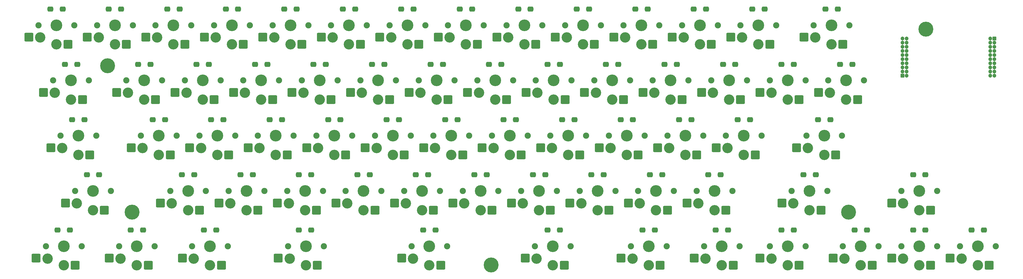
<source format=gbr>
%TF.GenerationSoftware,KiCad,Pcbnew,(7.0.0-0)*%
%TF.CreationDate,2023-02-20T17:32:19-08:00*%
%TF.ProjectId,mt-choc,6d742d63-686f-4632-9e6b-696361645f70,v1.0*%
%TF.SameCoordinates,Original*%
%TF.FileFunction,Soldermask,Bot*%
%TF.FilePolarity,Negative*%
%FSLAX46Y46*%
G04 Gerber Fmt 4.6, Leading zero omitted, Abs format (unit mm)*
G04 Created by KiCad (PCBNEW (7.0.0-0)) date 2023-02-20 17:32:19*
%MOMM*%
%LPD*%
G01*
G04 APERTURE LIST*
G04 Aperture macros list*
%AMRoundRect*
0 Rectangle with rounded corners*
0 $1 Rounding radius*
0 $2 $3 $4 $5 $6 $7 $8 $9 X,Y pos of 4 corners*
0 Add a 4 corners polygon primitive as box body*
4,1,4,$2,$3,$4,$5,$6,$7,$8,$9,$2,$3,0*
0 Add four circle primitives for the rounded corners*
1,1,$1+$1,$2,$3*
1,1,$1+$1,$4,$5*
1,1,$1+$1,$6,$7*
1,1,$1+$1,$8,$9*
0 Add four rect primitives between the rounded corners*
20,1,$1+$1,$2,$3,$4,$5,0*
20,1,$1+$1,$4,$5,$6,$7,0*
20,1,$1+$1,$6,$7,$8,$9,0*
20,1,$1+$1,$8,$9,$2,$3,0*%
G04 Aperture macros list end*
%ADD10RoundRect,0.450000X-0.450000X-0.350000X0.450000X-0.350000X0.450000X0.350000X-0.450000X0.350000X0*%
%ADD11RoundRect,0.450000X0.450000X0.350000X-0.450000X0.350000X-0.450000X-0.350000X0.450000X-0.350000X0*%
%ADD12C,1.900000*%
%ADD13C,3.200000*%
%ADD14C,3.600000*%
%ADD15RoundRect,0.350000X-1.025000X-1.000000X1.025000X-1.000000X1.025000X1.000000X-1.025000X1.000000X0*%
%ADD16C,4.600000*%
%ADD17RoundRect,0.100000X-0.500000X-0.500000X0.500000X-0.500000X0.500000X0.500000X-0.500000X0.500000X0*%
%ADD18C,1.200000*%
%ADD19RoundRect,0.100000X0.500000X0.500000X-0.500000X0.500000X-0.500000X-0.500000X0.500000X-0.500000X0*%
G04 APERTURE END LIST*
D10*
%TO.C,D25*%
X158900000Y-85041665D03*
D11*
X155100000Y-85041665D03*
%TD*%
D10*
%TO.C,D12*%
X113900000Y-102041657D03*
D11*
X110100000Y-102041657D03*
%TD*%
D10*
%TO.C,D38*%
X217400000Y-136041641D03*
D11*
X213600000Y-136041641D03*
%TD*%
D12*
%TO.C,SW10*%
X86250000Y-158000000D03*
D13*
X86750000Y-161800000D03*
D14*
X91750000Y-158000000D03*
D13*
X91750000Y-163900000D03*
D12*
X97250000Y-158000000D03*
D15*
X83250000Y-161700000D03*
X95250000Y-163900000D03*
%TD*%
D10*
%TO.C,D1*%
X68900000Y-85041665D03*
D11*
X65100000Y-85041665D03*
%TD*%
D12*
%TO.C,SW39*%
X219000000Y-124000000D03*
D13*
X219500000Y-127800000D03*
D14*
X224500000Y-124000000D03*
D13*
X224500000Y-129900000D03*
D12*
X230000000Y-124000000D03*
D15*
X216000000Y-127700000D03*
X228000000Y-129900000D03*
%TD*%
D12*
%TO.C,SW33*%
X187500000Y-90000000D03*
D13*
X188000000Y-93800000D03*
D14*
X193000000Y-90000000D03*
D13*
X193000000Y-95900000D03*
D12*
X198500000Y-90000000D03*
D15*
X184500000Y-93700000D03*
X196500000Y-95900000D03*
%TD*%
D12*
%TO.C,SW40*%
X228000000Y-141000000D03*
D13*
X228500000Y-144800000D03*
D14*
X233500000Y-141000000D03*
D13*
X233500000Y-146900000D03*
D12*
X239000000Y-141000000D03*
D15*
X225000000Y-144700000D03*
X237000000Y-146900000D03*
%TD*%
D10*
%TO.C,D50*%
X257900000Y-102041657D03*
D11*
X254100000Y-102041657D03*
%TD*%
D10*
%TO.C,D11*%
X104900000Y-85041665D03*
D11*
X101100000Y-85041665D03*
%TD*%
D12*
%TO.C,SW56*%
X309000000Y-158000000D03*
D13*
X309500000Y-161800000D03*
D14*
X314500000Y-158000000D03*
D13*
X314500000Y-163900000D03*
D12*
X320000000Y-158000000D03*
D15*
X306000000Y-161700000D03*
X318000000Y-163900000D03*
%TD*%
D12*
%TO.C,SW18*%
X129000000Y-124000000D03*
D13*
X129500000Y-127800000D03*
D14*
X134500000Y-124000000D03*
D13*
X134500000Y-129900000D03*
D12*
X140000000Y-124000000D03*
D15*
X126000000Y-127700000D03*
X138000000Y-129900000D03*
%TD*%
D12*
%TO.C,SW44*%
X237000000Y-124000000D03*
D13*
X237500000Y-127800000D03*
D14*
X242500000Y-124000000D03*
D13*
X242500000Y-129900000D03*
D12*
X248000000Y-124000000D03*
D15*
X234000000Y-127700000D03*
X246000000Y-129900000D03*
%TD*%
D10*
%TO.C,D18*%
X136400000Y-119041649D03*
D11*
X132600000Y-119041649D03*
%TD*%
D10*
%TO.C,D9*%
X109400000Y-136041641D03*
D11*
X105600000Y-136041641D03*
%TD*%
D10*
%TO.C,D55*%
X275900000Y-102041657D03*
D11*
X272100000Y-102041657D03*
%TD*%
D16*
%TO.C,H1*%
X82750000Y-102500000D03*
%TD*%
D10*
%TO.C,D61*%
X305150000Y-119041649D03*
D11*
X301350000Y-119041649D03*
%TD*%
D10*
%TO.C,D63*%
X334400000Y-153041633D03*
D11*
X330600000Y-153041633D03*
%TD*%
D12*
%TO.C,SW36*%
X210000000Y-141000000D03*
D13*
X210500000Y-144800000D03*
D14*
X215500000Y-141000000D03*
D13*
X215500000Y-146900000D03*
D12*
X221000000Y-141000000D03*
D15*
X207000000Y-144700000D03*
X219000000Y-146900000D03*
%TD*%
D10*
%TO.C,D40*%
X221900000Y-102041657D03*
D11*
X218100000Y-102041657D03*
%TD*%
D12*
%TO.C,SW63*%
X304500000Y-107000000D03*
D13*
X305000000Y-110800000D03*
D14*
X310000000Y-107000000D03*
D13*
X310000000Y-112900000D03*
D12*
X315500000Y-107000000D03*
D15*
X301500000Y-110700000D03*
X313500000Y-112900000D03*
%TD*%
D12*
%TO.C,SW25*%
X151500000Y-90000000D03*
D13*
X152000000Y-93800000D03*
D14*
X157000000Y-90000000D03*
D13*
X157000000Y-95900000D03*
D12*
X162500000Y-90000000D03*
D15*
X148500000Y-93700000D03*
X160500000Y-95900000D03*
%TD*%
D12*
%TO.C,SW16*%
X115500000Y-90000000D03*
D13*
X116000000Y-93800000D03*
D14*
X121000000Y-90000000D03*
D13*
X121000000Y-95900000D03*
D12*
X126500000Y-90000000D03*
D15*
X112500000Y-93700000D03*
X124500000Y-95900000D03*
%TD*%
D16*
%TO.C,H5*%
X310750000Y-147500000D03*
%TD*%
D10*
%TO.C,D3*%
X75650000Y-119041649D03*
D11*
X71850000Y-119041649D03*
%TD*%
D10*
%TO.C,D14*%
X127400000Y-136041641D03*
D11*
X123600000Y-136041641D03*
%TD*%
D10*
%TO.C,D28*%
X181400000Y-136041641D03*
D11*
X177600000Y-136041641D03*
%TD*%
D10*
%TO.C,D7*%
X95900000Y-102041657D03*
D11*
X92100000Y-102041657D03*
%TD*%
D12*
%TO.C,SW41*%
X243750000Y-158000000D03*
D13*
X244250000Y-161800000D03*
D14*
X249250000Y-158000000D03*
D13*
X249250000Y-163900000D03*
D12*
X254750000Y-158000000D03*
D15*
X240750000Y-161700000D03*
X252750000Y-163900000D03*
%TD*%
D10*
%TO.C,D47*%
X253400000Y-136041641D03*
D11*
X249600000Y-136041641D03*
%TD*%
D10*
%TO.C,D57*%
X300650000Y-136041641D03*
D11*
X296850000Y-136041641D03*
%TD*%
D12*
%TO.C,SW38*%
X214500000Y-107000000D03*
D13*
X215000000Y-110800000D03*
D14*
X220000000Y-107000000D03*
D13*
X220000000Y-112900000D03*
D12*
X225500000Y-107000000D03*
D15*
X211500000Y-110700000D03*
X223500000Y-112900000D03*
%TD*%
D12*
%TO.C,SW62*%
X300000000Y-90000000D03*
D13*
X300500000Y-93800000D03*
D14*
X305500000Y-90000000D03*
D13*
X305500000Y-95900000D03*
D12*
X311000000Y-90000000D03*
D15*
X297000000Y-93700000D03*
X309000000Y-95900000D03*
%TD*%
D12*
%TO.C,SW26*%
X160500000Y-107000000D03*
D13*
X161000000Y-110800000D03*
D14*
X166000000Y-107000000D03*
D13*
X166000000Y-112900000D03*
D12*
X171500000Y-107000000D03*
D15*
X157500000Y-110700000D03*
X169500000Y-112900000D03*
%TD*%
D12*
%TO.C,SW48*%
X250500000Y-107000000D03*
D13*
X251000000Y-110800000D03*
D14*
X256000000Y-107000000D03*
D13*
X256000000Y-112900000D03*
D12*
X261500000Y-107000000D03*
D15*
X247500000Y-110700000D03*
X259500000Y-112900000D03*
%TD*%
D10*
%TO.C,D62*%
X334400000Y-136041641D03*
D11*
X330600000Y-136041641D03*
%TD*%
D10*
%TO.C,D16*%
X122900000Y-85041665D03*
D11*
X119100000Y-85041665D03*
%TD*%
D12*
%TO.C,SW11*%
X97500000Y-90000000D03*
D13*
X98000000Y-93800000D03*
D14*
X103000000Y-90000000D03*
D13*
X103000000Y-95900000D03*
D12*
X108500000Y-90000000D03*
D15*
X94500000Y-93700000D03*
X106500000Y-95900000D03*
%TD*%
D16*
%TO.C,H2*%
X90250000Y-147500000D03*
%TD*%
D10*
%TO.C,D19*%
X145400000Y-136041641D03*
D11*
X141600000Y-136041641D03*
%TD*%
D10*
%TO.C,D42*%
X235400000Y-136041641D03*
D11*
X231600000Y-136041641D03*
%TD*%
D10*
%TO.C,D24*%
X145400000Y-153041633D03*
D11*
X141600000Y-153041633D03*
%TD*%
D10*
%TO.C,D44*%
X230900000Y-85041665D03*
D11*
X227100000Y-85041665D03*
%TD*%
D12*
%TO.C,SW21*%
X142500000Y-107000000D03*
D13*
X143000000Y-110800000D03*
D14*
X148000000Y-107000000D03*
D13*
X148000000Y-112900000D03*
D12*
X153500000Y-107000000D03*
D15*
X139500000Y-110700000D03*
X151500000Y-112900000D03*
%TD*%
D12*
%TO.C,SW54*%
X273000000Y-124000000D03*
D13*
X273500000Y-127800000D03*
D14*
X278500000Y-124000000D03*
D13*
X278500000Y-129900000D03*
D12*
X284000000Y-124000000D03*
D15*
X270000000Y-127700000D03*
X282000000Y-129900000D03*
%TD*%
D10*
%TO.C,D45*%
X239900000Y-102041657D03*
D11*
X236100000Y-102041657D03*
%TD*%
D12*
%TO.C,SW57*%
X277500000Y-90000000D03*
D13*
X278000000Y-93800000D03*
D14*
X283000000Y-90000000D03*
D13*
X283000000Y-95900000D03*
D12*
X288500000Y-90000000D03*
D15*
X274500000Y-93700000D03*
X286500000Y-95900000D03*
%TD*%
D10*
%TO.C,D29*%
X183650000Y-153041633D03*
D11*
X179850000Y-153041633D03*
%TD*%
D10*
%TO.C,D51*%
X262400000Y-119041649D03*
D11*
X258600000Y-119041649D03*
%TD*%
D12*
%TO.C,SW24*%
X138250000Y-158000000D03*
D13*
X138750000Y-161800000D03*
D14*
X143750000Y-158000000D03*
D13*
X143750000Y-163900000D03*
D12*
X149250000Y-158000000D03*
X176250000Y-158000000D03*
D13*
X176750000Y-161800000D03*
D14*
X181750000Y-158000000D03*
D13*
X181750000Y-163900000D03*
D12*
X187250000Y-158000000D03*
X214250000Y-158000000D03*
D13*
X214750000Y-161800000D03*
D14*
X219750000Y-158000000D03*
D13*
X219750000Y-163900000D03*
D12*
X225250000Y-158000000D03*
D15*
X135250000Y-161700000D03*
X147250000Y-163900000D03*
X173250000Y-161700000D03*
X185250000Y-163900000D03*
X211250000Y-161700000D03*
X223250000Y-163900000D03*
%TD*%
D10*
%TO.C,D21*%
X149900000Y-102041657D03*
D11*
X146100000Y-102041657D03*
%TD*%
D10*
%TO.C,D58*%
X316400000Y-153041633D03*
D11*
X312600000Y-153041633D03*
%TD*%
D10*
%TO.C,D60*%
X293900000Y-102041657D03*
D11*
X290100000Y-102041657D03*
%TD*%
D12*
%TO.C,SW8*%
X93000000Y-124000000D03*
D13*
X93500000Y-127800000D03*
D14*
X98500000Y-124000000D03*
D13*
X98500000Y-129900000D03*
D12*
X104000000Y-124000000D03*
D15*
X90000000Y-127700000D03*
X102000000Y-129900000D03*
%TD*%
D12*
%TO.C,SW3*%
X68250000Y-124000000D03*
D13*
X68750000Y-127800000D03*
D14*
X73750000Y-124000000D03*
D13*
X73750000Y-129900000D03*
D12*
X79250000Y-124000000D03*
D15*
X65250000Y-127700000D03*
X77250000Y-129900000D03*
%TD*%
D10*
%TO.C,D41*%
X226400000Y-119041649D03*
D11*
X222600000Y-119041649D03*
%TD*%
D10*
%TO.C,D31*%
X176900000Y-85041665D03*
D11*
X173100000Y-85041665D03*
%TD*%
D12*
%TO.C,SW35*%
X201000000Y-124000000D03*
D13*
X201500000Y-127800000D03*
D14*
X206500000Y-124000000D03*
D13*
X206500000Y-129900000D03*
D12*
X212000000Y-124000000D03*
D15*
X198000000Y-127700000D03*
X210000000Y-129900000D03*
%TD*%
D16*
%TO.C,H4*%
X334500000Y-91250000D03*
%TD*%
D10*
%TO.C,D39*%
X212900000Y-85041665D03*
D11*
X209100000Y-85041665D03*
%TD*%
D12*
%TO.C,SW9*%
X102000000Y-141000000D03*
D13*
X102500000Y-144800000D03*
D14*
X107500000Y-141000000D03*
D13*
X107500000Y-146900000D03*
D12*
X113000000Y-141000000D03*
D15*
X99000000Y-144700000D03*
X111000000Y-146900000D03*
%TD*%
D10*
%TO.C,D52*%
X271400000Y-136041641D03*
D11*
X267600000Y-136041641D03*
%TD*%
D12*
%TO.C,SW15*%
X108750000Y-158000000D03*
D13*
X109250000Y-161800000D03*
D14*
X114250000Y-158000000D03*
D13*
X114250000Y-163900000D03*
D12*
X119750000Y-158000000D03*
D15*
X105750000Y-161700000D03*
X117750000Y-163900000D03*
%TD*%
D12*
%TO.C,SW4*%
X72750000Y-141000000D03*
D13*
X73250000Y-144800000D03*
D14*
X78250000Y-141000000D03*
D13*
X78250000Y-146900000D03*
D12*
X83750000Y-141000000D03*
D15*
X69750000Y-144700000D03*
X81750000Y-146900000D03*
%TD*%
D10*
%TO.C,D26*%
X167900000Y-102041657D03*
D11*
X164100000Y-102041657D03*
%TD*%
D10*
%TO.C,D10*%
X93650000Y-153041633D03*
D11*
X89850000Y-153041633D03*
%TD*%
D12*
%TO.C,SW49*%
X255000000Y-124000000D03*
D13*
X255500000Y-127800000D03*
D14*
X260500000Y-124000000D03*
D13*
X260500000Y-129900000D03*
D12*
X266000000Y-124000000D03*
D15*
X252000000Y-127700000D03*
X264000000Y-129900000D03*
%TD*%
D10*
%TO.C,D49*%
X248900000Y-85041665D03*
D11*
X245100000Y-85041665D03*
%TD*%
D12*
%TO.C,SW42*%
X223500000Y-90000000D03*
D13*
X224000000Y-93800000D03*
D14*
X229000000Y-90000000D03*
D13*
X229000000Y-95900000D03*
D12*
X234500000Y-90000000D03*
D15*
X220500000Y-93700000D03*
X232500000Y-95900000D03*
%TD*%
D10*
%TO.C,D33*%
X190400000Y-119041649D03*
D11*
X186600000Y-119041649D03*
%TD*%
D12*
%TO.C,SW53*%
X268500000Y-107000000D03*
D13*
X269000000Y-110800000D03*
D14*
X274000000Y-107000000D03*
D13*
X274000000Y-112900000D03*
D12*
X279500000Y-107000000D03*
D15*
X265500000Y-110700000D03*
X277500000Y-112900000D03*
%TD*%
D10*
%TO.C,D30*%
X221900000Y-153041633D03*
D11*
X218100000Y-153041633D03*
%TD*%
D10*
%TO.C,D37*%
X208400000Y-119041649D03*
D11*
X204600000Y-119041649D03*
%TD*%
D12*
%TO.C,SW1*%
X61500000Y-90000000D03*
D13*
X62000000Y-93800000D03*
D14*
X67000000Y-90000000D03*
D13*
X67000000Y-95900000D03*
D12*
X72500000Y-90000000D03*
D15*
X58500000Y-93700000D03*
X70500000Y-95900000D03*
%TD*%
D12*
%TO.C,SW43*%
X232500000Y-107000000D03*
D13*
X233000000Y-110800000D03*
D14*
X238000000Y-107000000D03*
D13*
X238000000Y-112900000D03*
D12*
X243500000Y-107000000D03*
D15*
X229500000Y-110700000D03*
X241500000Y-112900000D03*
%TD*%
D10*
%TO.C,D20*%
X140900000Y-85041665D03*
D11*
X137100000Y-85041665D03*
%TD*%
D12*
%TO.C,SW58*%
X286500000Y-107000000D03*
D13*
X287000000Y-110800000D03*
D14*
X292000000Y-107000000D03*
D13*
X292000000Y-112900000D03*
D12*
X297500000Y-107000000D03*
D15*
X283500000Y-110700000D03*
X295500000Y-112900000D03*
%TD*%
D10*
%TO.C,D48*%
X273650000Y-153041633D03*
D11*
X269850000Y-153041633D03*
%TD*%
D10*
%TO.C,D36*%
X203900000Y-102041657D03*
D11*
X200100000Y-102041657D03*
%TD*%
D12*
%TO.C,SW59*%
X297750000Y-124000000D03*
D13*
X298250000Y-127800000D03*
D14*
X303250000Y-124000000D03*
D13*
X303250000Y-129900000D03*
D12*
X308750000Y-124000000D03*
D15*
X294750000Y-127700000D03*
X306750000Y-129900000D03*
%TD*%
D12*
%TO.C,SW29*%
X169500000Y-90000000D03*
D13*
X170000000Y-93800000D03*
D14*
X175000000Y-90000000D03*
D13*
X175000000Y-95900000D03*
D12*
X180500000Y-90000000D03*
D15*
X166500000Y-93700000D03*
X178500000Y-95900000D03*
%TD*%
D10*
%TO.C,D6*%
X86900000Y-85041665D03*
D11*
X83100000Y-85041665D03*
%TD*%
D12*
%TO.C,SW7*%
X88500000Y-107000000D03*
D13*
X89000000Y-110800000D03*
D14*
X94000000Y-107000000D03*
D13*
X94000000Y-112900000D03*
D12*
X99500000Y-107000000D03*
D15*
X85500000Y-110700000D03*
X97500000Y-112900000D03*
%TD*%
D12*
%TO.C,SW34*%
X196500000Y-107000000D03*
D13*
X197000000Y-110800000D03*
D14*
X202000000Y-107000000D03*
D13*
X202000000Y-112900000D03*
D12*
X207500000Y-107000000D03*
D15*
X193500000Y-110700000D03*
X205500000Y-112900000D03*
%TD*%
D12*
%TO.C,SW22*%
X147000000Y-124000000D03*
D13*
X147500000Y-127800000D03*
D14*
X152500000Y-124000000D03*
D13*
X152500000Y-129900000D03*
D12*
X158000000Y-124000000D03*
D15*
X144000000Y-127700000D03*
X156000000Y-129900000D03*
%TD*%
D10*
%TO.C,D43*%
X251150000Y-153041633D03*
D11*
X247350000Y-153041633D03*
%TD*%
D12*
%TO.C,SW6*%
X79500000Y-90000000D03*
D13*
X80000000Y-93800000D03*
D14*
X85000000Y-90000000D03*
D13*
X85000000Y-95900000D03*
D12*
X90500000Y-90000000D03*
D15*
X76500000Y-93700000D03*
X88500000Y-95900000D03*
%TD*%
D12*
%TO.C,SW30*%
X178500000Y-107000000D03*
D13*
X179000000Y-110800000D03*
D14*
X184000000Y-107000000D03*
D13*
X184000000Y-112900000D03*
D12*
X189500000Y-107000000D03*
D15*
X175500000Y-110700000D03*
X187500000Y-112900000D03*
%TD*%
D12*
%TO.C,SW37*%
X205500000Y-90000000D03*
D13*
X206000000Y-93800000D03*
D14*
X211000000Y-90000000D03*
D13*
X211000000Y-95900000D03*
D12*
X216500000Y-90000000D03*
D15*
X202500000Y-93700000D03*
X214500000Y-95900000D03*
%TD*%
D12*
%TO.C,SW61*%
X327000000Y-158000000D03*
D13*
X327500000Y-161800000D03*
D14*
X332500000Y-158000000D03*
D13*
X332500000Y-163900000D03*
D12*
X338000000Y-158000000D03*
D15*
X324000000Y-161700000D03*
X336000000Y-163900000D03*
%TD*%
D12*
%TO.C,SW23*%
X156000000Y-141000000D03*
D13*
X156500000Y-144800000D03*
D14*
X161500000Y-141000000D03*
D13*
X161500000Y-146900000D03*
D12*
X167000000Y-141000000D03*
D15*
X153000000Y-144700000D03*
X165000000Y-146900000D03*
%TD*%
D16*
%TO.C,H3*%
X200750000Y-163750000D03*
%TD*%
D12*
%TO.C,SW31*%
X183000000Y-124000000D03*
D13*
X183500000Y-127800000D03*
D14*
X188500000Y-124000000D03*
D13*
X188500000Y-129900000D03*
D12*
X194000000Y-124000000D03*
D15*
X180000000Y-127700000D03*
X192000000Y-129900000D03*
%TD*%
D12*
%TO.C,SW46*%
X266250000Y-158000000D03*
D13*
X266750000Y-161800000D03*
D14*
X271750000Y-158000000D03*
D13*
X271750000Y-163900000D03*
D12*
X277250000Y-158000000D03*
D15*
X263250000Y-161700000D03*
X275250000Y-163900000D03*
%TD*%
D10*
%TO.C,D64*%
X307400000Y-85041665D03*
D11*
X303600000Y-85041665D03*
%TD*%
D10*
%TO.C,D66*%
X352400000Y-153041633D03*
D11*
X348600000Y-153041633D03*
%TD*%
D12*
%TO.C,SW14*%
X120000000Y-141000000D03*
D13*
X120500000Y-144800000D03*
D14*
X125500000Y-141000000D03*
D13*
X125500000Y-146900000D03*
D12*
X131000000Y-141000000D03*
D15*
X117000000Y-144700000D03*
X129000000Y-146900000D03*
%TD*%
D10*
%TO.C,D54*%
X266900000Y-85041665D03*
D11*
X263100000Y-85041665D03*
%TD*%
D10*
%TO.C,D46*%
X244400000Y-119041649D03*
D11*
X240600000Y-119041649D03*
%TD*%
D17*
%TO.C,U1*%
X355636116Y-94083038D03*
D18*
X354366116Y-94083038D03*
X355636116Y-95353038D03*
X354366116Y-95353038D03*
X355636116Y-96623038D03*
X354366116Y-96623038D03*
X355636116Y-97893038D03*
X354366116Y-97893038D03*
X355636116Y-99163038D03*
X354366116Y-99163038D03*
X355636116Y-100433038D03*
X354366116Y-100433038D03*
X355636116Y-101703038D03*
X354366116Y-101703038D03*
X355636116Y-102973038D03*
X354366116Y-102973038D03*
X355636116Y-104243038D03*
X354366116Y-104243038D03*
X355636116Y-105513038D03*
X354366116Y-105513038D03*
D19*
X327366116Y-105513038D03*
D18*
X328636116Y-105513038D03*
X327366116Y-104243038D03*
X328636116Y-104243038D03*
X327366116Y-102973038D03*
X328636116Y-102973038D03*
X327366116Y-101703038D03*
X328636116Y-101703038D03*
X327366116Y-100433038D03*
X328636116Y-100433038D03*
X327366116Y-99163038D03*
X328636116Y-99163038D03*
X327366116Y-97893038D03*
X328636116Y-97893038D03*
X327366116Y-96623038D03*
X328636116Y-96623038D03*
X327366116Y-95353038D03*
X328636116Y-95353038D03*
X327366116Y-94083038D03*
X328636116Y-94083038D03*
%TD*%
D12*
%TO.C,SW50*%
X264000000Y-141000000D03*
D13*
X264500000Y-144800000D03*
D14*
X269500000Y-141000000D03*
D13*
X269500000Y-146900000D03*
D12*
X275000000Y-141000000D03*
D15*
X261000000Y-144700000D03*
X273000000Y-146900000D03*
%TD*%
D10*
%TO.C,D5*%
X71150000Y-153041633D03*
D11*
X67350000Y-153041633D03*
%TD*%
D12*
%TO.C,SW27*%
X165000000Y-124000000D03*
D13*
X165500000Y-127800000D03*
D14*
X170500000Y-124000000D03*
D13*
X170500000Y-129900000D03*
D12*
X176000000Y-124000000D03*
D15*
X162000000Y-127700000D03*
X174000000Y-129900000D03*
%TD*%
D12*
%TO.C,SW13*%
X111000000Y-124000000D03*
D13*
X111500000Y-127800000D03*
D14*
X116500000Y-124000000D03*
D13*
X116500000Y-129900000D03*
D12*
X122000000Y-124000000D03*
D15*
X108000000Y-127700000D03*
X120000000Y-129900000D03*
%TD*%
D12*
%TO.C,SW17*%
X124500000Y-107000000D03*
D13*
X125000000Y-110800000D03*
D14*
X130000000Y-107000000D03*
D13*
X130000000Y-112900000D03*
D12*
X135500000Y-107000000D03*
D15*
X121500000Y-110700000D03*
X133500000Y-112900000D03*
%TD*%
D12*
%TO.C,SW45*%
X246000000Y-141000000D03*
D13*
X246500000Y-144800000D03*
D14*
X251500000Y-141000000D03*
D13*
X251500000Y-146900000D03*
D12*
X257000000Y-141000000D03*
D15*
X243000000Y-144700000D03*
X255000000Y-146900000D03*
%TD*%
D10*
%TO.C,D22*%
X154400000Y-119041649D03*
D11*
X150600000Y-119041649D03*
%TD*%
D10*
%TO.C,D65*%
X311900000Y-102041657D03*
D11*
X308100000Y-102041657D03*
%TD*%
D10*
%TO.C,D4*%
X80150000Y-136041641D03*
D11*
X76350000Y-136041641D03*
%TD*%
D10*
%TO.C,D15*%
X116150000Y-153041633D03*
D11*
X112350000Y-153041633D03*
%TD*%
D12*
%TO.C,SW2*%
X66000000Y-107000000D03*
D13*
X66500000Y-110800000D03*
D14*
X71500000Y-107000000D03*
D13*
X71500000Y-112900000D03*
D12*
X77000000Y-107000000D03*
D15*
X63000000Y-110700000D03*
X75000000Y-112900000D03*
%TD*%
D10*
%TO.C,D2*%
X73400000Y-102041657D03*
D11*
X69600000Y-102041657D03*
%TD*%
D10*
%TO.C,D17*%
X131900000Y-102041657D03*
D11*
X128100000Y-102041657D03*
%TD*%
D12*
%TO.C,SW5*%
X63750000Y-158000000D03*
D13*
X64250000Y-161800000D03*
D14*
X69250000Y-158000000D03*
D13*
X69250000Y-163900000D03*
D12*
X74750000Y-158000000D03*
D15*
X60750000Y-161700000D03*
X72750000Y-163900000D03*
%TD*%
D12*
%TO.C,SW64*%
X345000000Y-158000000D03*
D13*
X345500000Y-161800000D03*
D14*
X350500000Y-158000000D03*
D13*
X350500000Y-163900000D03*
D12*
X356000000Y-158000000D03*
D15*
X342000000Y-161700000D03*
X354000000Y-163900000D03*
%TD*%
D10*
%TO.C,D32*%
X185900000Y-102041657D03*
D11*
X182100000Y-102041657D03*
%TD*%
D10*
%TO.C,D53*%
X293900000Y-153041633D03*
D11*
X290100000Y-153041633D03*
%TD*%
D12*
%TO.C,SW12*%
X106500000Y-107000000D03*
D13*
X107000000Y-110800000D03*
D14*
X112000000Y-107000000D03*
D13*
X112000000Y-112900000D03*
D12*
X117500000Y-107000000D03*
D15*
X103500000Y-110700000D03*
X115500000Y-112900000D03*
%TD*%
D10*
%TO.C,D8*%
X100400000Y-119041649D03*
D11*
X96600000Y-119041649D03*
%TD*%
D10*
%TO.C,D35*%
X194900000Y-85041665D03*
D11*
X191100000Y-85041665D03*
%TD*%
D10*
%TO.C,D13*%
X118400000Y-119041649D03*
D11*
X114600000Y-119041649D03*
%TD*%
D12*
%TO.C,SW60*%
X327000000Y-141000000D03*
D13*
X327500000Y-144800000D03*
D14*
X332500000Y-141000000D03*
D13*
X332500000Y-146900000D03*
D12*
X338000000Y-141000000D03*
D15*
X324000000Y-144700000D03*
X336000000Y-146900000D03*
%TD*%
D12*
%TO.C,SW32*%
X192000000Y-141000000D03*
D13*
X192500000Y-144800000D03*
D14*
X197500000Y-141000000D03*
D13*
X197500000Y-146900000D03*
D12*
X203000000Y-141000000D03*
D15*
X189000000Y-144700000D03*
X201000000Y-146900000D03*
%TD*%
D10*
%TO.C,D56*%
X280400000Y-119041649D03*
D11*
X276600000Y-119041649D03*
%TD*%
D10*
%TO.C,D23*%
X163400000Y-136041641D03*
D11*
X159600000Y-136041641D03*
%TD*%
D12*
%TO.C,SW55*%
X293250000Y-141000000D03*
D13*
X293750000Y-144800000D03*
D14*
X298750000Y-141000000D03*
D13*
X298750000Y-146900000D03*
D12*
X304250000Y-141000000D03*
D15*
X290250000Y-144700000D03*
X302250000Y-146900000D03*
%TD*%
D12*
%TO.C,SW47*%
X241500000Y-90000000D03*
D13*
X242000000Y-93800000D03*
D14*
X247000000Y-90000000D03*
D13*
X247000000Y-95900000D03*
D12*
X252500000Y-90000000D03*
D15*
X238500000Y-93700000D03*
X250500000Y-95900000D03*
%TD*%
D10*
%TO.C,D27*%
X172400000Y-119041649D03*
D11*
X168600000Y-119041649D03*
%TD*%
D12*
%TO.C,SW28*%
X174000000Y-141000000D03*
D13*
X174500000Y-144800000D03*
D14*
X179500000Y-141000000D03*
D13*
X179500000Y-146900000D03*
D12*
X185000000Y-141000000D03*
D15*
X171000000Y-144700000D03*
X183000000Y-146900000D03*
%TD*%
D12*
%TO.C,SW20*%
X133500000Y-90000000D03*
D13*
X134000000Y-93800000D03*
D14*
X139000000Y-90000000D03*
D13*
X139000000Y-95900000D03*
D12*
X144500000Y-90000000D03*
D15*
X130500000Y-93700000D03*
X142500000Y-95900000D03*
%TD*%
D12*
%TO.C,SW52*%
X259500000Y-90000000D03*
D13*
X260000000Y-93800000D03*
D14*
X265000000Y-90000000D03*
D13*
X265000000Y-95900000D03*
D12*
X270500000Y-90000000D03*
D15*
X256500000Y-93700000D03*
X268500000Y-95900000D03*
%TD*%
D10*
%TO.C,D59*%
X284900000Y-85041665D03*
D11*
X281100000Y-85041665D03*
%TD*%
D12*
%TO.C,SW51*%
X286500000Y-158000000D03*
D13*
X287000000Y-161800000D03*
D14*
X292000000Y-158000000D03*
D13*
X292000000Y-163900000D03*
D12*
X297500000Y-158000000D03*
D15*
X283500000Y-161700000D03*
X295500000Y-163900000D03*
%TD*%
D12*
%TO.C,SW19*%
X138000000Y-141000000D03*
D13*
X138500000Y-144800000D03*
D14*
X143500000Y-141000000D03*
D13*
X143500000Y-146900000D03*
D12*
X149000000Y-141000000D03*
D15*
X135000000Y-144700000D03*
X147000000Y-146900000D03*
%TD*%
D10*
%TO.C,D34*%
X199400000Y-136041641D03*
D11*
X195600000Y-136041641D03*
%TD*%
M02*

</source>
